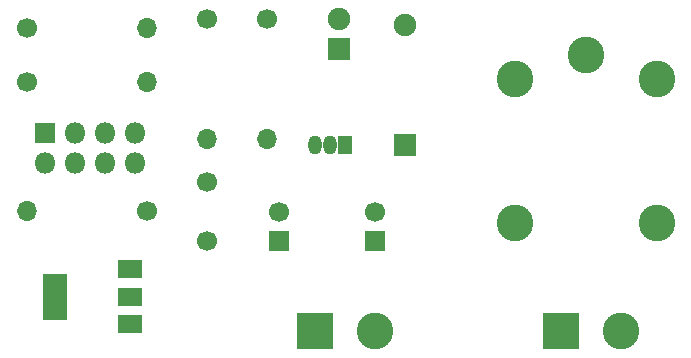
<source format=gts>
G04 #@! TF.GenerationSoftware,KiCad,Pcbnew,(5.1.6)-1*
G04 #@! TF.CreationDate,2020-10-10T20:49:59+03:00*
G04 #@! TF.ProjectId,eso,65736f2e-6b69-4636-9164-5f7063625858,rev?*
G04 #@! TF.SameCoordinates,Original*
G04 #@! TF.FileFunction,Soldermask,Top*
G04 #@! TF.FilePolarity,Negative*
%FSLAX46Y46*%
G04 Gerber Fmt 4.6, Leading zero omitted, Abs format (unit mm)*
G04 Created by KiCad (PCBNEW (5.1.6)-1) date 2020-10-10 20:49:59*
%MOMM*%
%LPD*%
G01*
G04 APERTURE LIST*
%ADD10C,1.900000*%
%ADD11R,1.900000X1.900000*%
%ADD12C,1.700000*%
%ADD13R,1.800000X1.800000*%
%ADD14O,1.800000X1.800000*%
%ADD15R,2.100000X1.600000*%
%ADD16R,2.100000X3.900000*%
%ADD17O,1.700000X1.700000*%
%ADD18R,1.150000X1.600000*%
%ADD19O,1.150000X1.600000*%
%ADD20C,3.100000*%
%ADD21R,3.100000X3.100000*%
%ADD22O,1.900000X1.900000*%
%ADD23R,1.700000X1.700000*%
G04 APERTURE END LIST*
D10*
X105156000Y-69596000D03*
D11*
X105156000Y-72136000D03*
D12*
X93980000Y-83392000D03*
X93980000Y-88392000D03*
D13*
X80264000Y-79248000D03*
D14*
X80264000Y-81788000D03*
X82804000Y-79248000D03*
X82804000Y-81788000D03*
X85344000Y-79248000D03*
X85344000Y-81788000D03*
X87884000Y-79248000D03*
X87884000Y-81788000D03*
D15*
X87478000Y-95391000D03*
X87478000Y-90791000D03*
X87478000Y-93091000D03*
D16*
X81178000Y-93091000D03*
D12*
X88900000Y-85852000D03*
D17*
X78740000Y-85852000D03*
X93980000Y-79756000D03*
D12*
X93980000Y-69596000D03*
X99060000Y-69596000D03*
D17*
X99060000Y-79756000D03*
D12*
X78740000Y-74930000D03*
D17*
X88900000Y-74930000D03*
D12*
X78740000Y-70358000D03*
D17*
X88900000Y-70358000D03*
D18*
X105664000Y-80264000D03*
D19*
X103124000Y-80264000D03*
X104394000Y-80264000D03*
D20*
X120080000Y-74668000D03*
X120080000Y-86868000D03*
X132080000Y-86868000D03*
X132080000Y-74668000D03*
X126080000Y-72668000D03*
X129032000Y-96012000D03*
D21*
X123952000Y-96012000D03*
D20*
X108204000Y-96012000D03*
D21*
X103124000Y-96012000D03*
D22*
X110744000Y-70104000D03*
D11*
X110744000Y-80264000D03*
D23*
X108204000Y-88392000D03*
D12*
X108204000Y-85892000D03*
X100076000Y-85892000D03*
D23*
X100076000Y-88392000D03*
M02*

</source>
